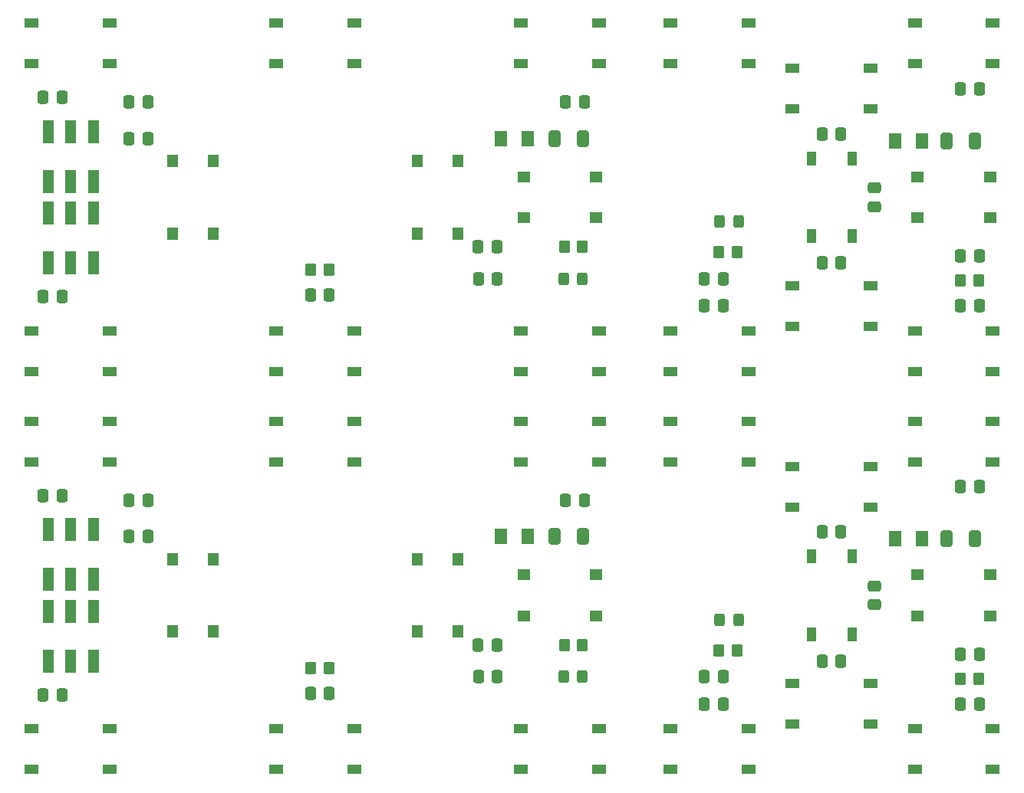
<source format=gtp>
G04 #@! TF.GenerationSoftware,KiCad,Pcbnew,(7.0.0)*
G04 #@! TF.CreationDate,2023-04-30T09:27:40+02:00*
G04 #@! TF.ProjectId,IKEA_Button2,494b4541-5f42-4757-9474-6f6e322e6b69,rev?*
G04 #@! TF.SameCoordinates,Original*
G04 #@! TF.FileFunction,Paste,Top*
G04 #@! TF.FilePolarity,Positive*
%FSLAX46Y46*%
G04 Gerber Fmt 4.6, Leading zero omitted, Abs format (unit mm)*
G04 Created by KiCad (PCBNEW (7.0.0)) date 2023-04-30 09:27:40*
%MOMM*%
%LPD*%
G01*
G04 APERTURE LIST*
G04 Aperture macros list*
%AMRoundRect*
0 Rectangle with rounded corners*
0 $1 Rounding radius*
0 $2 $3 $4 $5 $6 $7 $8 $9 X,Y pos of 4 corners*
0 Add a 4 corners polygon primitive as box body*
4,1,4,$2,$3,$4,$5,$6,$7,$8,$9,$2,$3,0*
0 Add four circle primitives for the rounded corners*
1,1,$1+$1,$2,$3*
1,1,$1+$1,$4,$5*
1,1,$1+$1,$6,$7*
1,1,$1+$1,$8,$9*
0 Add four rect primitives between the rounded corners*
20,1,$1+$1,$2,$3,$4,$5,0*
20,1,$1+$1,$4,$5,$6,$7,0*
20,1,$1+$1,$6,$7,$8,$9,0*
20,1,$1+$1,$8,$9,$2,$3,0*%
G04 Aperture macros list end*
%ADD10R,1.600000X1.000000*%
%ADD11R,1.200000X1.400000*%
%ADD12RoundRect,0.250000X-0.412500X-0.650000X0.412500X-0.650000X0.412500X0.650000X-0.412500X0.650000X0*%
%ADD13RoundRect,0.250000X-0.337500X-0.475000X0.337500X-0.475000X0.337500X0.475000X-0.337500X0.475000X0*%
%ADD14RoundRect,0.250000X0.337500X0.475000X-0.337500X0.475000X-0.337500X-0.475000X0.337500X-0.475000X0*%
%ADD15RoundRect,0.250000X-0.325000X-0.450000X0.325000X-0.450000X0.325000X0.450000X-0.325000X0.450000X0*%
%ADD16RoundRect,0.250001X0.462499X0.624999X-0.462499X0.624999X-0.462499X-0.624999X0.462499X-0.624999X0*%
%ADD17RoundRect,0.250000X-0.350000X-0.450000X0.350000X-0.450000X0.350000X0.450000X-0.350000X0.450000X0*%
%ADD18R,1.400000X1.200000*%
%ADD19R,1.200000X2.500000*%
%ADD20RoundRect,0.250000X0.350000X0.450000X-0.350000X0.450000X-0.350000X-0.450000X0.350000X-0.450000X0*%
%ADD21RoundRect,0.250000X-0.475000X0.337500X-0.475000X-0.337500X0.475000X-0.337500X0.475000X0.337500X0*%
%ADD22R,1.000000X1.600000*%
G04 APERTURE END LIST*
D10*
X77199999Y-65749999D03*
X85799999Y-65749999D03*
X77199999Y-70249999D03*
X85799999Y-70249999D03*
D11*
X38749999Y-88999999D03*
X38749999Y-80999999D03*
X43249999Y-88999999D03*
X43249999Y-80999999D03*
D12*
X80937500Y-78500000D03*
X84062500Y-78500000D03*
D10*
X77199999Y-99749999D03*
X85799999Y-99749999D03*
X77199999Y-104249999D03*
X85799999Y-104249999D03*
D11*
X70249999Y-80999999D03*
X70249999Y-88999999D03*
X65749999Y-80999999D03*
X65749999Y-88999999D03*
D13*
X72500000Y-94000000D03*
X74575000Y-94000000D03*
D14*
X26537500Y-96000000D03*
X24462500Y-96000000D03*
D13*
X33962500Y-78500000D03*
X36037500Y-78500000D03*
X82125000Y-74500000D03*
X84200000Y-74500000D03*
D15*
X81950000Y-94000000D03*
X84000000Y-94000000D03*
D16*
X77975000Y-78500000D03*
X75000000Y-78500000D03*
D17*
X82000000Y-46500000D03*
X84000000Y-46500000D03*
D10*
X107199999Y-94749999D03*
X115799999Y-94749999D03*
X107199999Y-99249999D03*
X115799999Y-99249999D03*
D13*
X125712500Y-29000000D03*
X127787500Y-29000000D03*
D12*
X124187500Y-78750000D03*
X127312500Y-78750000D03*
D10*
X129299999Y-70249999D03*
X120699999Y-70249999D03*
X129299999Y-65749999D03*
X120699999Y-65749999D03*
X23199999Y-99749999D03*
X31799999Y-99749999D03*
X23199999Y-104249999D03*
X31799999Y-104249999D03*
D18*
X85499999Y-87249999D03*
X77499999Y-87249999D03*
X85499999Y-82749999D03*
X77499999Y-82749999D03*
D19*
X24999999Y-92249999D03*
X27499999Y-92249999D03*
X29999999Y-92249999D03*
X24999999Y-86749999D03*
X27499999Y-86749999D03*
X29999999Y-86749999D03*
D13*
X125712500Y-73000000D03*
X127787500Y-73000000D03*
X110462500Y-34000000D03*
X112537500Y-34000000D03*
D18*
X85499999Y-43249999D03*
X77499999Y-43249999D03*
X85499999Y-38749999D03*
X77499999Y-38749999D03*
D10*
X50199999Y-55749999D03*
X58799999Y-55749999D03*
X50199999Y-60249999D03*
X58799999Y-60249999D03*
D14*
X26537500Y-74000000D03*
X24462500Y-74000000D03*
X36037500Y-30500000D03*
X33962500Y-30500000D03*
X127787500Y-91500000D03*
X125712500Y-91500000D03*
D10*
X77199999Y-55749999D03*
X85799999Y-55749999D03*
X77199999Y-60249999D03*
X85799999Y-60249999D03*
D15*
X99150000Y-87700000D03*
X101200000Y-87700000D03*
D13*
X97462500Y-50000000D03*
X99537500Y-50000000D03*
D17*
X125700000Y-94200000D03*
X127700000Y-94200000D03*
D11*
X38749999Y-44999999D03*
X38749999Y-36999999D03*
X43249999Y-44999999D03*
X43249999Y-36999999D03*
D13*
X53962500Y-51800000D03*
X56037500Y-51800000D03*
D14*
X36037500Y-74500000D03*
X33962500Y-74500000D03*
X74537500Y-46500000D03*
X72462500Y-46500000D03*
D10*
X102299999Y-26249999D03*
X93699999Y-26249999D03*
X102299999Y-21749999D03*
X93699999Y-21749999D03*
D14*
X26537500Y-30000000D03*
X24462500Y-30000000D03*
D19*
X29999999Y-33749999D03*
X27499999Y-33749999D03*
X24999999Y-33749999D03*
X29999999Y-39249999D03*
X27499999Y-39249999D03*
X24999999Y-39249999D03*
D14*
X26537500Y-52000000D03*
X24462500Y-52000000D03*
D10*
X115799999Y-31249999D03*
X107199999Y-31249999D03*
X115799999Y-26749999D03*
X107199999Y-26749999D03*
D13*
X33962500Y-34500000D03*
X36037500Y-34500000D03*
D15*
X99150000Y-43700000D03*
X101200000Y-43700000D03*
D10*
X93699999Y-55749999D03*
X102299999Y-55749999D03*
X93699999Y-60249999D03*
X102299999Y-60249999D03*
D13*
X82125000Y-30500000D03*
X84200000Y-30500000D03*
D14*
X127787500Y-53000000D03*
X125712500Y-53000000D03*
D12*
X124187500Y-34750000D03*
X127312500Y-34750000D03*
D10*
X23199999Y-55749999D03*
X31799999Y-55749999D03*
X23199999Y-60249999D03*
X31799999Y-60249999D03*
D20*
X56000000Y-93000000D03*
X54000000Y-93000000D03*
D19*
X29999999Y-77749999D03*
X27499999Y-77749999D03*
X24999999Y-77749999D03*
X29999999Y-83249999D03*
X27499999Y-83249999D03*
X24999999Y-83249999D03*
D10*
X107199999Y-50749999D03*
X115799999Y-50749999D03*
X107199999Y-55249999D03*
X115799999Y-55249999D03*
D11*
X70249999Y-36999999D03*
X70249999Y-44999999D03*
X65749999Y-36999999D03*
X65749999Y-44999999D03*
D14*
X127787500Y-97000000D03*
X125712500Y-97000000D03*
D15*
X81950000Y-50000000D03*
X84000000Y-50000000D03*
D13*
X53962500Y-95800000D03*
X56037500Y-95800000D03*
X72500000Y-50000000D03*
X74575000Y-50000000D03*
D18*
X128999999Y-87249999D03*
X120999999Y-87249999D03*
X128999999Y-82749999D03*
X120999999Y-82749999D03*
D10*
X58799999Y-70249999D03*
X50199999Y-70249999D03*
X58799999Y-65749999D03*
X50199999Y-65749999D03*
X58799999Y-26249999D03*
X50199999Y-26249999D03*
X58799999Y-21749999D03*
X50199999Y-21749999D03*
D20*
X56000000Y-49000000D03*
X54000000Y-49000000D03*
D10*
X50199999Y-99749999D03*
X58799999Y-99749999D03*
X50199999Y-104249999D03*
X58799999Y-104249999D03*
X120699999Y-55749999D03*
X129299999Y-55749999D03*
X120699999Y-60249999D03*
X129299999Y-60249999D03*
D16*
X121475000Y-34750000D03*
X118500000Y-34750000D03*
D10*
X77199999Y-21749999D03*
X85799999Y-21749999D03*
X77199999Y-26249999D03*
X85799999Y-26249999D03*
D19*
X24999999Y-48249999D03*
X27499999Y-48249999D03*
X29999999Y-48249999D03*
X24999999Y-42749999D03*
X27499999Y-42749999D03*
X29999999Y-42749999D03*
D14*
X99537500Y-97000000D03*
X97462500Y-97000000D03*
D13*
X110462500Y-78000000D03*
X112537500Y-78000000D03*
D17*
X125700000Y-50200000D03*
X127700000Y-50200000D03*
X99075000Y-91050000D03*
X101075000Y-91050000D03*
D14*
X99537500Y-53000000D03*
X97462500Y-53000000D03*
D10*
X120699999Y-99749999D03*
X129299999Y-99749999D03*
X120699999Y-104249999D03*
X129299999Y-104249999D03*
D18*
X128999999Y-43249999D03*
X120999999Y-43249999D03*
X128999999Y-38749999D03*
X120999999Y-38749999D03*
D12*
X80937500Y-34500000D03*
X84062500Y-34500000D03*
D10*
X93699999Y-99749999D03*
X102299999Y-99749999D03*
X93699999Y-104249999D03*
X102299999Y-104249999D03*
X115799999Y-75249999D03*
X107199999Y-75249999D03*
X115799999Y-70749999D03*
X107199999Y-70749999D03*
X102299999Y-70249999D03*
X93699999Y-70249999D03*
X102299999Y-65749999D03*
X93699999Y-65749999D03*
X31799999Y-70249999D03*
X23199999Y-70249999D03*
X31799999Y-65749999D03*
X23199999Y-65749999D03*
D17*
X99075000Y-47050000D03*
X101075000Y-47050000D03*
D21*
X116250000Y-83962500D03*
X116250000Y-86037500D03*
D13*
X97462500Y-94000000D03*
X99537500Y-94000000D03*
D21*
X116250000Y-39962500D03*
X116250000Y-42037500D03*
D14*
X74537500Y-90500000D03*
X72462500Y-90500000D03*
D16*
X77975000Y-34500000D03*
X75000000Y-34500000D03*
D13*
X110462500Y-92250000D03*
X112537500Y-92250000D03*
D10*
X129299999Y-26249999D03*
X120699999Y-26249999D03*
X129299999Y-21749999D03*
X120699999Y-21749999D03*
D22*
X109249999Y-45299999D03*
X109249999Y-36699999D03*
X113749999Y-45299999D03*
X113749999Y-36699999D03*
D16*
X121475000Y-78750000D03*
X118500000Y-78750000D03*
D13*
X110462500Y-48250000D03*
X112537500Y-48250000D03*
D22*
X109249999Y-89299999D03*
X109249999Y-80699999D03*
X113749999Y-89299999D03*
X113749999Y-80699999D03*
D10*
X31799999Y-26249999D03*
X23199999Y-26249999D03*
X31799999Y-21749999D03*
X23199999Y-21749999D03*
D14*
X127787500Y-47500000D03*
X125712500Y-47500000D03*
D17*
X82000000Y-90500000D03*
X84000000Y-90500000D03*
M02*

</source>
